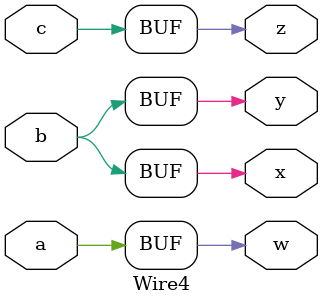
<source format=v>
module Wire4(input a, b, c, output w, x, y, z);
    assign w = a, x = b, y = b, z = c;
endmodule
</source>
